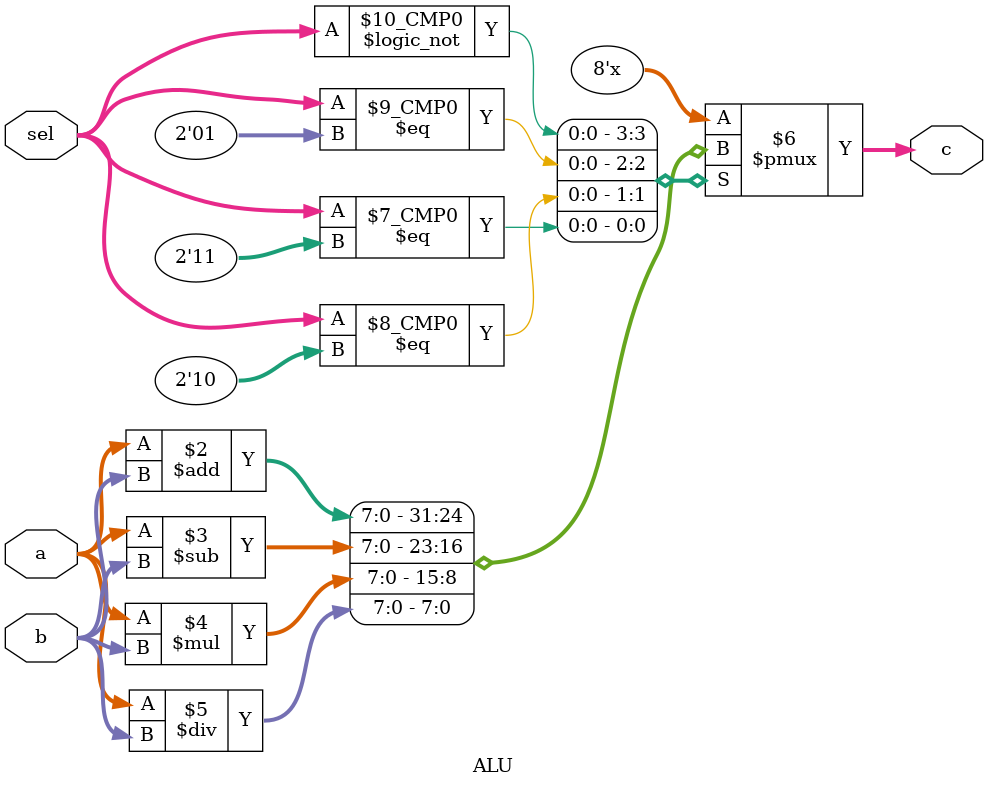
<source format=v>
`timescale 1ns/10ps
module ALU(sel, a, b, c);
input [1:0] sel;
input [3:0]a,b;
output reg [7:0] c;

always@(*)begin
    case (sel)
        2'b00: c = a+b;
        2'b01: c = a-b;
        2'b10: c = a*b;
        2'b11: c = a/b;
        default: begin
            c=0;
        end
    endcase

end


endmodule

</source>
